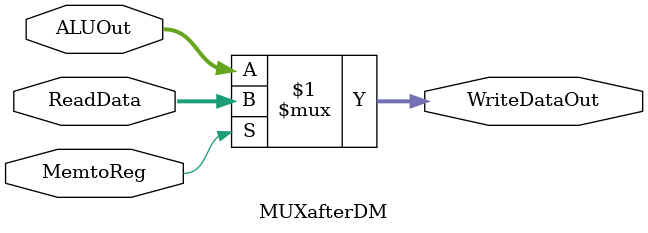
<source format=v>
`timescale 1ns / 1ps
module MUXafterDM(ReadData,ALUOut,MemtoReg,WriteDataOut);
input [31:0] ReadData;
input [31:0] ALUOut;
input MemtoReg;
output [31:0] WriteDataOut;
//    always @(*)begin
//        case(MemtoReg)
//            1'b0 : WriteDataOut <= ALUOut;
//            1'b1 : WriteDataOut <= ReadData;
//        endcase
//    end
assign WriteDataOut = MemtoReg?ReadData:ALUOut;
endmodule

</source>
